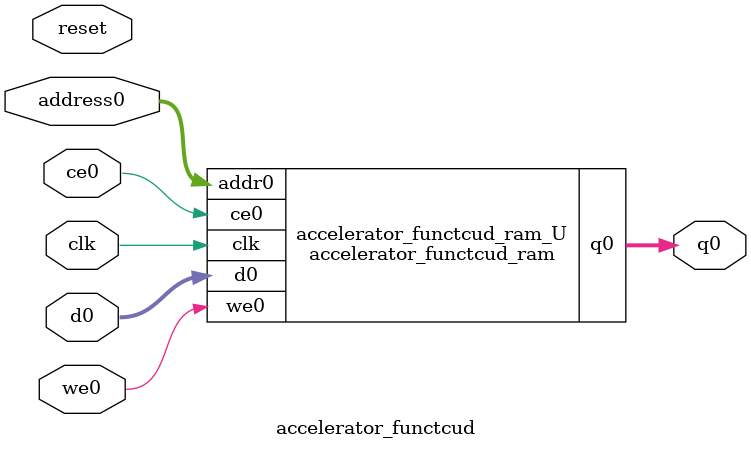
<source format=v>

`timescale 1 ns / 1 ps
module accelerator_functcud_ram (addr0, ce0, d0, we0, q0,  clk);

parameter DWIDTH = 32;
parameter AWIDTH = 10;
parameter MEM_SIZE = 784;

input[AWIDTH-1:0] addr0;
input ce0;
input[DWIDTH-1:0] d0;
input we0;
output reg[DWIDTH-1:0] q0;
input clk;

(* ram_style = "block" *)reg [DWIDTH-1:0] ram[0:MEM_SIZE-1];




always @(posedge clk)  
begin 
    if (ce0) 
    begin
        if (we0) 
        begin 
            ram[addr0] <= d0; 
            q0 <= d0;
        end 
        else 
            q0 <= ram[addr0];
    end
end


endmodule


`timescale 1 ns / 1 ps
module accelerator_functcud(
    reset,
    clk,
    address0,
    ce0,
    we0,
    d0,
    q0);

parameter DataWidth = 32'd32;
parameter AddressRange = 32'd784;
parameter AddressWidth = 32'd10;
input reset;
input clk;
input[AddressWidth - 1:0] address0;
input ce0;
input we0;
input[DataWidth - 1:0] d0;
output[DataWidth - 1:0] q0;



accelerator_functcud_ram accelerator_functcud_ram_U(
    .clk( clk ),
    .addr0( address0 ),
    .ce0( ce0 ),
    .we0( we0 ),
    .d0( d0 ),
    .q0( q0 ));

endmodule


</source>
